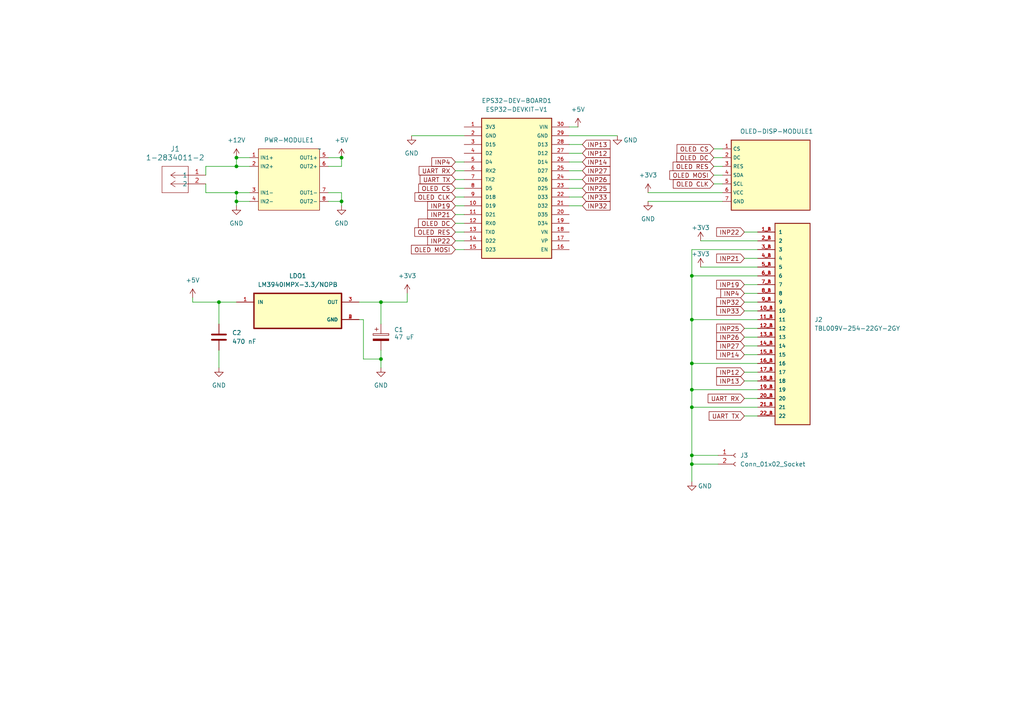
<source format=kicad_sch>
(kicad_sch (version 20230121) (generator eeschema)
  (paper "A4")
  (lib_symbols
    (symbol "Connector:Conn_01x02_Socket" (pin_names (offset 1.016) hide)
      (property "Reference" "J" (at 0 2.54 0))
      (property "Value" "Conn_01x02_Socket" (at 0 -5.08 0))
      (symbol "Conn_01x02_Socket_1_1"
        (arc (start 0 -2.032) (mid -0.5058 -2.54) (end 0 -3.048) (stroke (width 0.1524)))
        (polyline (pts (xy -1.27 -2.54) (xy -0.508 -2.54)) (stroke (width 0.1524)))
        (polyline (pts (xy -1.27 0) (xy -0.508 0)) (stroke (width 0.1524)))
        (arc (start 0 0.508) (mid -0.5058 0) (end 0 -0.508) (stroke (width 0.1524)))
        (pin passive line (at -5.08 0 0) (length 3.81) (name "Pin_1") (number "1"))
        (pin passive line (at -5.08 -2.54 0) (length 3.81) (name "Pin_2") (number "2"))
      )
    )
    (symbol "DC-DC-MODULE:Mini_DC-DC_PWR_MODULE_3A"
      (property "Reference" "PWR-MODULE" (at 11.5556 -19.3232 0))
      (symbol "Mini_DC-DC_PWR_MODULE_3A_0_0"
        (text "" (at 11.43 -20.32 0) (effects (font (size 1.27 1.27))))
      )
      (symbol "Mini_DC-DC_PWR_MODULE_3A_1_1"
        (rectangle (start 0 0) (end 17.78 -17.78) (fill (type background)))
        (pin power_in line (at 20.32 -2.54 180) (length 2.54) (name "IN1+") (number "1"))
        (pin power_in line (at 20.32 -5.08 180) (length 2.54) (name "IN2+") (number "2"))
        (pin power_in line (at 20.32 -12.7 180) (length 2.54) (name "IN1-") (number "3"))
        (pin power_in line (at 20.32 -15.24 180) (length 2.54) (name "IN2-") (number "4"))
        (pin power_out line (at -2.54 -2.54 0) (length 2.54) (name "OUT1+") (number "5"))
        (pin power_out line (at -2.54 -5.08 0) (length 2.54) (name "OUT2+") (number "6"))
        (pin power_out line (at -2.54 -12.7 0) (length 2.54) (name "OUT1-") (number "7"))
        (pin power_out line (at -2.54 -15.24 0) (length 2.54) (name "OUT2-") (number "8"))
      )
    )
    (symbol "Device:C" (pin_numbers hide) (pin_names (offset 0.254))
      (property "Reference" "C" (at 0.635 2.54 0))
      (property "Value" "C" (at 0.635 -2.54 0))
      (symbol "C_0_1"
        (polyline (pts (xy -2.032 -0.762) (xy 2.032 -0.762)) (stroke (width 0.508)))
        (polyline (pts (xy -2.032 0.762) (xy 2.032 0.762)) (stroke (width 0.508)))
      )
      (symbol "C_1_1"
        (pin passive line (at 0 3.81 270) (length 2.794) (name "~") (number "1"))
        (pin passive line (at 0 -3.81 90) (length 2.794) (name "~") (number "2"))
      )
    )
    (symbol "Device:C_Polarized" (pin_numbers hide) (pin_names (offset 0.254))
      (property "Reference" "C" (at 0.635 2.54 0))
      (property "Value" "C_Polarized" (at 0.635 -2.54 0))
      (symbol "C_Polarized_0_1"
        (rectangle (start -2.286 0.508) (end 2.286 1.016))
        (polyline (pts (xy -1.778 2.286) (xy -0.762 2.286)))
        (polyline (pts (xy -1.27 2.794) (xy -1.27 1.778)))
        (rectangle (start 2.286 -0.508) (end -2.286 -1.016) (fill (type outline)))
      )
      (symbol "C_Polarized_1_1"
        (pin passive line (at 0 3.81 270) (length 2.794) (name "~") (number "1"))
        (pin passive line (at 0 -3.81 90) (length 2.794) (name "~") (number "2"))
      )
    )
    (symbol "ESP32-DEVKIT-V1:ESP32-DEVKIT-V1" (pin_names (offset 1.016))
      (property "Reference" "U" (at -10.16 30.48 0))
      (property "Value" "ESP32-DEVKIT-V1" (at -7.62 -15.24 0))
      (symbol "ESP32-DEVKIT-V1_0_0"
        (rectangle (start -10.16 27.94) (end 10.16 -12.7) (stroke (width 0.254)) (fill (type background)))
        (pin output line (at -15.24 25.4 0) (length 5.08) (name "3V3") (number "1"))
        (pin bidirectional line (at -15.24 2.54 0) (length 5.08) (name "D19") (number "10"))
        (pin bidirectional line (at -15.24 0 0) (length 5.08) (name "D21") (number "11"))
        (pin input line (at -15.24 -2.54 0) (length 5.08) (name "RX0") (number "12"))
        (pin output line (at -15.24 -5.08 0) (length 5.08) (name "TX0") (number "13"))
        (pin bidirectional line (at -15.24 -7.62 0) (length 5.08) (name "D22") (number "14"))
        (pin bidirectional line (at -15.24 -10.16 0) (length 5.08) (name "D23") (number "15"))
        (pin input line (at 15.24 -10.16 180) (length 5.08) (name "EN") (number "16"))
        (pin bidirectional line (at 15.24 -7.62 180) (length 5.08) (name "VP") (number "17"))
        (pin bidirectional line (at 15.24 -5.08 180) (length 5.08) (name "VN") (number "18"))
        (pin bidirectional line (at 15.24 -2.54 180) (length 5.08) (name "D34") (number "19"))
        (pin power_in line (at -15.24 22.86 0) (length 5.08) (name "GND") (number "2"))
        (pin bidirectional line (at 15.24 0 180) (length 5.08) (name "D35") (number "20"))
        (pin bidirectional line (at 15.24 2.54 180) (length 5.08) (name "D32") (number "21"))
        (pin bidirectional line (at 15.24 5.08 180) (length 5.08) (name "D33") (number "22"))
        (pin bidirectional line (at 15.24 7.62 180) (length 5.08) (name "D25") (number "23"))
        (pin bidirectional line (at 15.24 10.16 180) (length 5.08) (name "D26") (number "24"))
        (pin bidirectional line (at 15.24 12.7 180) (length 5.08) (name "D27") (number "25"))
        (pin bidirectional line (at 15.24 15.24 180) (length 5.08) (name "D14") (number "26"))
        (pin bidirectional line (at 15.24 17.78 180) (length 5.08) (name "D12") (number "27"))
        (pin bidirectional line (at 15.24 20.32 180) (length 5.08) (name "D13") (number "28"))
        (pin power_in line (at 15.24 22.86 180) (length 5.08) (name "GND") (number "29"))
        (pin bidirectional line (at -15.24 20.32 0) (length 5.08) (name "D15") (number "3"))
        (pin bidirectional line (at -15.24 17.78 0) (length 5.08) (name "D2") (number "4"))
        (pin bidirectional line (at -15.24 15.24 0) (length 5.08) (name "D4") (number "5"))
        (pin input line (at -15.24 12.7 0) (length 5.08) (name "RX2") (number "6"))
        (pin output line (at -15.24 10.16 0) (length 5.08) (name "TX2") (number "7"))
        (pin bidirectional line (at -15.24 7.62 0) (length 5.08) (name "D5") (number "8"))
        (pin bidirectional line (at -15.24 5.08 0) (length 5.08) (name "D18") (number "9"))
      )
      (symbol "ESP32-DEVKIT-V1_1_0"
        (pin power_in line (at 15.24 25.4 180) (length 5.08) (name "VIN") (number "30"))
      )
    )
    (symbol "OLED-DISPLAY-CUSTOM:OLED_Display_2.42"
      (property "Reference" "OLED-Display-2.42" (at 0.8207 -24.4036 0))
      (symbol "OLED_Display_2.42_1_1"
        (rectangle (start -12.7 -2.54) (end 10.16 -22.86) (stroke (width 0.254)) (fill (type background)))
        (pin input line (at -15.24 -5.08 0) (length 2.54) (name "CS") (number "1"))
        (pin input line (at -15.24 -7.62 0) (length 2.54) (name "DC") (number "2"))
        (pin input line (at -15.24 -10.16 0) (length 2.54) (name "RES") (number "3"))
        (pin input line (at -15.24 -12.7 0) (length 2.54) (name "SDA") (number "4"))
        (pin input line (at -15.24 -15.24 0) (length 2.54) (name "SCL") (number "5"))
        (pin input line (at -15.24 -17.78 0) (length 2.54) (name "VCC") (number "6"))
        (pin input line (at -15.24 -20.32 0) (length 2.54) (name "GND") (number "7"))
      )
    )
    (symbol "TEMP CON 22pin 2.54:TBL009V-254-22GY-2GY" (pin_names (offset 1.016))
      (property "Reference" "J" (at -5.58 30.48 0))
      (property "Value" "TBL009V-254-22GY-2GY" (at -5.08 -30.48 0))
      (symbol "TBL009V-254-22GY-2GY_0_0"
        (rectangle (start -5.08 -27.94) (end 5.08 30.48) (stroke (width 0.254)) (fill (type background)))
        (pin passive line (at -10.16 5.08 0) (length 5.08) (name "10") (number "10_A"))
        (pin passive line (at -10.16 5.08 0) (length 5.08) (name "10") (number "10_B"))
        (pin passive line (at -10.16 2.54 0) (length 5.08) (name "11") (number "11_A"))
        (pin passive line (at -10.16 2.54 0) (length 5.08) (name "11") (number "11_B"))
        (pin passive line (at -10.16 0 0) (length 5.08) (name "12") (number "12_A"))
        (pin passive line (at -10.16 0 0) (length 5.08) (name "12") (number "12_B"))
        (pin passive line (at -10.16 -2.54 0) (length 5.08) (name "13") (number "13_A"))
        (pin passive line (at -10.16 -2.54 0) (length 5.08) (name "13") (number "13_B"))
        (pin passive line (at -10.16 -5.08 0) (length 5.08) (name "14") (number "14_A"))
        (pin passive line (at -10.16 -5.08 0) (length 5.08) (name "14") (number "14_B"))
        (pin passive line (at -10.16 -7.62 0) (length 5.08) (name "15") (number "15_A"))
        (pin passive line (at -10.16 -7.62 0) (length 5.08) (name "15") (number "15_B"))
        (pin passive line (at -10.16 -10.16 0) (length 5.08) (name "16") (number "16_A"))
        (pin passive line (at -10.16 -10.16 0) (length 5.08) (name "16") (number "16_B"))
        (pin passive line (at -10.16 -12.7 0) (length 5.08) (name "17") (number "17_A"))
        (pin passive line (at -10.16 -12.7 0) (length 5.08) (name "17") (number "17_B"))
        (pin passive line (at -10.16 -15.24 0) (length 5.08) (name "18") (number "18_A"))
        (pin passive line (at -10.16 -15.24 0) (length 5.08) (name "18") (number "18_B"))
        (pin passive line (at -10.16 -17.78 0) (length 5.08) (name "19") (number "19_A"))
        (pin passive line (at -10.16 -17.78 0) (length 5.08) (name "19") (number "19_B"))
        (pin passive line (at -10.16 27.94 0) (length 5.08) (name "1") (number "1_A"))
        (pin passive line (at -10.16 27.94 0) (length 5.08) (name "1") (number "1_B"))
        (pin passive line (at -10.16 -20.32 0) (length 5.08) (name "20") (number "20_A"))
        (pin passive line (at -10.16 -20.32 0) (length 5.08) (name "20") (number "20_B"))
        (pin passive line (at -10.16 -22.86 0) (length 5.08) (name "21") (number "21_A"))
        (pin passive line (at -10.16 -22.86 0) (length 5.08) (name "21") (number "21_B"))
        (pin passive line (at -10.16 -25.4 0) (length 5.08) (name "22") (number "22_A"))
        (pin passive line (at -10.16 -25.4 0) (length 5.08) (name "22") (number "22_B"))
        (pin passive line (at -10.16 25.4 0) (length 5.08) (name "2") (number "2_A"))
        (pin passive line (at -10.16 25.4 0) (length 5.08) (name "2") (number "2_B"))
        (pin passive line (at -10.16 22.86 0) (length 5.08) (name "3") (number "3_A"))
        (pin passive line (at -10.16 22.86 0) (length 5.08) (name "3") (number "3_B"))
        (pin passive line (at -10.16 20.32 0) (length 5.08) (name "4") (number "4_A"))
        (pin passive line (at -10.16 20.32 0) (length 5.08) (name "4") (number "4_B"))
        (pin passive line (at -10.16 17.78 0) (length 5.08) (name "5") (number "5_A"))
        (pin passive line (at -10.16 17.78 0) (length 5.08) (name "5") (number "5_B"))
        (pin passive line (at -10.16 15.24 0) (length 5.08) (name "6") (number "6_A"))
        (pin passive line (at -10.16 15.24 0) (length 5.08) (name "6") (number "6_B"))
        (pin passive line (at -10.16 12.7 0) (length 5.08) (name "7") (number "7_A"))
        (pin passive line (at -10.16 12.7 0) (length 5.08) (name "7") (number "7_B"))
        (pin passive line (at -10.16 10.16 0) (length 5.08) (name "8") (number "8_A"))
        (pin passive line (at -10.16 10.16 0) (length 5.08) (name "8") (number "8_B"))
        (pin passive line (at -10.16 7.62 0) (length 5.08) (name "9") (number "9_A"))
        (pin passive line (at -10.16 7.62 0) (length 5.08) (name "9") (number "9_B"))
      )
    )
    (symbol "TERM CON 2pin 3.5:1-2834011-2" (pin_names (offset 0.254))
      (property "Reference" "J" (at 8.89 6.35 0))
      (property "Value" "1-2834011-2" (at 0 0 0))
      (symbol "1-2834011-2_1_1"
        (polyline (pts (xy 5.08 -5.08) (xy 12.7 -5.08)) (stroke (width 0.127)))
        (polyline (pts (xy 5.08 2.54) (xy 5.08 -5.08)) (stroke (width 0.127)))
        (polyline (pts (xy 10.16 -2.54) (xy 5.08 -2.54)) (stroke (width 0.127)))
        (polyline (pts (xy 10.16 -2.54) (xy 8.89 -3.3867)) (stroke (width 0.127)))
        (polyline (pts (xy 10.16 -2.54) (xy 8.89 -1.6933)) (stroke (width 0.127)))
        (polyline (pts (xy 10.16 0) (xy 5.08 0)) (stroke (width 0.127)))
        (polyline (pts (xy 10.16 0) (xy 8.89 -0.8467)) (stroke (width 0.127)))
        (polyline (pts (xy 10.16 0) (xy 8.89 0.8467)) (stroke (width 0.127)))
        (polyline (pts (xy 12.7 -5.08) (xy 12.7 2.54)) (stroke (width 0.127)))
        (polyline (pts (xy 12.7 2.54) (xy 5.08 2.54)) (stroke (width 0.127)))
        (pin unspecified line (at 0 0 0) (length 5.08) (name "1") (number "1"))
        (pin unspecified line (at 0 -2.54 0) (length 5.08) (name "2") (number "2"))
      )
      (symbol "1-2834011-2_1_2"
        (polyline (pts (xy 5.08 -5.08) (xy 12.7 -5.08)) (stroke (width 0.127)))
        (polyline (pts (xy 5.08 2.54) (xy 5.08 -5.08)) (stroke (width 0.127)))
        (polyline (pts (xy 7.62 -2.54) (xy 5.08 -2.54)) (stroke (width 0.127)))
        (polyline (pts (xy 7.62 -2.54) (xy 8.89 -3.3867)) (stroke (width 0.127)))
        (polyline (pts (xy 7.62 -2.54) (xy 8.89 -1.6933)) (stroke (width 0.127)))
        (polyline (pts (xy 7.62 0) (xy 5.08 0)) (stroke (width 0.127)))
        (polyline (pts (xy 7.62 0) (xy 8.89 -0.8467)) (stroke (width 0.127)))
        (polyline (pts (xy 7.62 0) (xy 8.89 0.8467)) (stroke (width 0.127)))
        (polyline (pts (xy 12.7 -5.08) (xy 12.7 2.54)) (stroke (width 0.127)))
        (polyline (pts (xy 12.7 2.54) (xy 5.08 2.54)) (stroke (width 0.127)))
        (pin unspecified line (at 0 0 0) (length 5.08) (name "1") (number "1"))
        (pin unspecified line (at 0 -2.54 0) (length 5.08) (name "2") (number "2"))
      )
    )
    (symbol "TI LDO SM:LM3940IMPX-3.3/NOPB" (pin_names (offset 1.016))
      (property "Reference" "U" (at -12.7 6.08 0))
      (property "Value" "LM3940IMPX-3.3{slash}NOPB" (at -12.7 -9.08 0))
      (symbol "LM3940IMPX-3.3/NOPB_0_0"
        (rectangle (start -12.7 -5.08) (end 12.7 5.08) (stroke (width 0.41)) (fill (type background)))
        (pin input line (at -17.78 2.54 0) (length 5.08) (name "IN") (number "1"))
        (pin power_in line (at 17.78 -2.54 180) (length 5.08) (name "GND") (number "2"))
        (pin output line (at 17.78 2.54 180) (length 5.08) (name "OUT") (number "3"))
        (pin power_in line (at 17.78 -2.54 180) (length 5.08) (name "GND") (number "4"))
      )
    )
    (symbol "power:+12V" (power) (pin_names (offset 0))
      (property "Value" "+12V" (at 0 3.556 0))
      (symbol "+12V_0_1"
        (polyline (pts (xy -0.762 1.27) (xy 0 2.54)))
        (polyline (pts (xy 0 0) (xy 0 2.54)))
        (polyline (pts (xy 0 2.54) (xy 0.762 1.27)))
      )
      (symbol "+12V_1_1"
        (pin power_in line (at 0 0 90) (length 0) hide (name "+12V") (number "1"))
      )
    )
    (symbol "power:+3V3" (power) (pin_names (offset 0))
      (property "Value" "+3V3" (at 0 3.556 0))
      (symbol "+3V3_0_1"
        (polyline (pts (xy -0.762 1.27) (xy 0 2.54)))
        (polyline (pts (xy 0 0) (xy 0 2.54)))
        (polyline (pts (xy 0 2.54) (xy 0.762 1.27)))
      )
      (symbol "+3V3_1_1"
        (pin power_in line (at 0 0 90) (length 0) hide (name "+3V3") (number "1"))
      )
    )
    (symbol "power:+5V" (power) (pin_names (offset 0))
      (property "Value" "+5V" (at 0 3.556 0))
      (symbol "+5V_0_1"
        (polyline (pts (xy -0.762 1.27) (xy 0 2.54)))
        (polyline (pts (xy 0 0) (xy 0 2.54)))
        (polyline (pts (xy 0 2.54) (xy 0.762 1.27)))
      )
      (symbol "+5V_1_1"
        (pin power_in line (at 0 0 90) (length 0) hide (name "+5V") (number "1"))
      )
    )
    (symbol "power:GND" (power) (pin_names (offset 0))
      (property "Value" "GND" (at 0 -3.81 0))
      (symbol "GND_0_1"
        (polyline (pts (xy 0 0) (xy 0 -1.27) (xy 1.27 -1.27) (xy 0 -2.54) (xy -1.27 -1.27) (xy 0 -1.27)))
      )
      (symbol "GND_1_1"
        (pin power_in line (at 0 0 270) (length 0) hide (name "GND") (number "1"))
      )
    )
  )
  (junction (at 63.5 87.63))
  (junction (at 99.06 58.42))
  (junction (at 200.66 134.62))
  (junction (at 68.58 45.72))
  (junction (at 68.58 55.88))
  (junction (at 110.49 104.14))
  (junction (at 110.49 87.63))
  (junction (at 68.58 48.26))
  (junction (at 99.06 45.72))
  (junction (at 200.66 113.03))
  (junction (at 68.58 58.42))
  (junction (at 200.66 118.11))
  (junction (at 200.66 105.41))
  (junction (at 200.66 132.08))
  (junction (at 200.66 80.01))
  (junction (at 200.66 92.71))
  (wire (pts (xy 165.1 57.15) (xy 168.91 57.15)))
  (wire (pts (xy 72.39 45.72) (xy 68.58 45.72)))
  (wire (pts (xy 207.01 53.34) (xy 209.55 53.34)))
  (wire (pts (xy 187.96 55.88) (xy 209.55 55.88)))
  (wire (pts (xy 200.66 80.01) (xy 200.66 92.71)))
  (wire (pts (xy 215.9 120.65) (xy 219.71 120.65)))
  (wire (pts (xy 132.08 52.07) (xy 134.62 52.07)))
  (wire (pts (xy 105.41 92.71) (xy 105.41 104.14)))
  (wire (pts (xy 200.66 105.41) (xy 219.71 105.41)))
  (wire (pts (xy 215.9 67.31) (xy 219.71 67.31)))
  (wire (pts (xy 165.1 49.53) (xy 168.91 49.53)))
  (wire (pts (xy 99.06 55.88) (xy 95.25 55.88)))
  (wire (pts (xy 200.66 118.11) (xy 219.71 118.11)))
  (wire (pts (xy 104.14 87.63) (xy 110.49 87.63)))
  (wire (pts (xy 165.1 54.61) (xy 168.91 54.61)))
  (wire (pts (xy 200.66 113.03) (xy 219.71 113.03)))
  (wire (pts (xy 200.66 118.11) (xy 200.66 132.08)))
  (wire (pts (xy 207.01 50.8) (xy 209.55 50.8)))
  (wire (pts (xy 215.9 95.25) (xy 219.71 95.25)))
  (wire (pts (xy 207.01 48.26) (xy 209.55 48.26)))
  (wire (pts (xy 72.39 58.42) (xy 68.58 58.42)))
  (wire (pts (xy 55.88 87.63) (xy 63.5 87.63)))
  (wire (pts (xy 215.9 97.79) (xy 219.71 97.79)))
  (wire (pts (xy 165.1 41.91) (xy 168.91 41.91)))
  (wire (pts (xy 215.9 110.49) (xy 219.71 110.49)))
  (wire (pts (xy 99.06 45.72) (xy 95.25 45.72)))
  (wire (pts (xy 203.2 69.85) (xy 219.71 69.85)))
  (wire (pts (xy 110.49 87.63) (xy 118.11 87.63)))
  (wire (pts (xy 59.69 48.26) (xy 59.69 50.8)))
  (wire (pts (xy 215.9 100.33) (xy 219.71 100.33)))
  (wire (pts (xy 165.1 52.07) (xy 168.91 52.07)))
  (wire (pts (xy 200.66 134.62) (xy 200.66 139.7)))
  (wire (pts (xy 68.58 58.42) (xy 68.58 59.69)))
  (wire (pts (xy 215.9 82.55) (xy 219.71 82.55)))
  (wire (pts (xy 215.9 102.87) (xy 219.71 102.87)))
  (wire (pts (xy 59.69 53.34) (xy 59.69 55.88)))
  (wire (pts (xy 132.08 49.53) (xy 134.62 49.53)))
  (wire (pts (xy 132.08 54.61) (xy 134.62 54.61)))
  (wire (pts (xy 200.66 72.39) (xy 200.66 80.01)))
  (wire (pts (xy 110.49 87.63) (xy 110.49 93.98)))
  (wire (pts (xy 59.69 55.88) (xy 68.58 55.88)))
  (wire (pts (xy 187.96 58.42) (xy 209.55 58.42)))
  (wire (pts (xy 99.06 58.42) (xy 99.06 59.69)))
  (wire (pts (xy 132.08 67.31) (xy 134.62 67.31)))
  (wire (pts (xy 59.69 48.26) (xy 68.58 48.26)))
  (wire (pts (xy 132.08 62.23) (xy 134.62 62.23)))
  (wire (pts (xy 68.58 55.88) (xy 68.58 58.42)))
  (wire (pts (xy 68.58 55.88) (xy 72.39 55.88)))
  (wire (pts (xy 132.08 69.85) (xy 134.62 69.85)))
  (wire (pts (xy 132.08 59.69) (xy 134.62 59.69)))
  (wire (pts (xy 132.08 57.15) (xy 134.62 57.15)))
  (wire (pts (xy 165.1 46.99) (xy 168.91 46.99)))
  (wire (pts (xy 215.9 87.63) (xy 219.71 87.63)))
  (wire (pts (xy 63.5 93.98) (xy 63.5 87.63)))
  (wire (pts (xy 215.9 107.95) (xy 219.71 107.95)))
  (wire (pts (xy 55.88 87.63) (xy 55.88 86.36)))
  (wire (pts (xy 68.58 87.63) (xy 63.5 87.63)))
  (wire (pts (xy 200.66 105.41) (xy 200.66 113.03)))
  (wire (pts (xy 215.9 90.17) (xy 219.71 90.17)))
  (wire (pts (xy 119.38 39.37) (xy 134.62 39.37)))
  (wire (pts (xy 215.9 115.57) (xy 219.71 115.57)))
  (wire (pts (xy 99.06 55.88) (xy 99.06 58.42)))
  (wire (pts (xy 63.5 101.6) (xy 63.5 106.68)))
  (wire (pts (xy 110.49 104.14) (xy 105.41 104.14)))
  (wire (pts (xy 99.06 58.42) (xy 95.25 58.42)))
  (wire (pts (xy 215.9 85.09) (xy 219.71 85.09)))
  (wire (pts (xy 99.06 45.72) (xy 99.06 48.26)))
  (wire (pts (xy 68.58 45.72) (xy 68.58 48.26)))
  (wire (pts (xy 104.14 92.71) (xy 105.41 92.71)))
  (wire (pts (xy 200.66 92.71) (xy 219.71 92.71)))
  (wire (pts (xy 200.66 113.03) (xy 200.66 118.11)))
  (wire (pts (xy 165.1 39.37) (xy 179.07 39.37)))
  (wire (pts (xy 200.66 92.71) (xy 200.66 105.41)))
  (wire (pts (xy 72.39 48.26) (xy 68.58 48.26)))
  (wire (pts (xy 165.1 59.69) (xy 168.91 59.69)))
  (wire (pts (xy 165.1 36.83) (xy 167.64 36.83)))
  (wire (pts (xy 132.08 46.99) (xy 134.62 46.99)))
  (wire (pts (xy 95.25 48.26) (xy 99.06 48.26)))
  (wire (pts (xy 165.1 44.45) (xy 168.91 44.45)))
  (wire (pts (xy 207.01 45.72) (xy 209.55 45.72)))
  (wire (pts (xy 200.66 134.62) (xy 208.28 134.62)))
  (wire (pts (xy 215.9 74.93) (xy 219.71 74.93)))
  (wire (pts (xy 110.49 104.14) (xy 110.49 101.6)))
  (wire (pts (xy 200.66 132.08) (xy 200.66 134.62)))
  (wire (pts (xy 132.08 72.39) (xy 134.62 72.39)))
  (wire (pts (xy 132.08 64.77) (xy 134.62 64.77)))
  (wire (pts (xy 200.66 80.01) (xy 219.71 80.01)))
  (wire (pts (xy 203.2 77.47) (xy 219.71 77.47)))
  (wire (pts (xy 200.66 132.08) (xy 208.28 132.08)))
  (wire (pts (xy 200.66 72.39) (xy 219.71 72.39)))
  (wire (pts (xy 110.49 104.14) (xy 110.49 106.68)))
  (wire (pts (xy 118.11 87.63) (xy 118.11 85.09)))
  (wire (pts (xy 207.01 43.18) (xy 209.55 43.18)))
  (global_label "INP26" (shape input) (at 215.9 97.79 180) (property "Intersheetrefs" "${INTERSHEET_REFS}" (effects hide)))
  (global_label "INP33" (shape input) (at 215.9 90.17 180) (property "Intersheetrefs" "${INTERSHEET_REFS}" (effects hide)))
  (global_label "OLED CLK" (shape input) (at 207.01 53.34 180) (property "Intersheetrefs" "${INTERSHEET_REFS}" (effects hide)))
  (global_label "INP21" (shape input) (at 132.08 62.23 180) (property "Intersheetrefs" "${INTERSHEET_REFS}" (effects hide)))
  (global_label "INP27" (shape input) (at 168.91 49.53 0) (property "Intersheetrefs" "${INTERSHEET_REFS}" (effects hide)))
  (global_label "INP19" (shape input) (at 215.9 82.55 180) (property "Intersheetrefs" "${INTERSHEET_REFS}" (effects hide)))
  (global_label "INP13" (shape input) (at 168.91 41.91 0) (property "Intersheetrefs" "${INTERSHEET_REFS}" (effects hide)))
  (global_label "UART TX" (shape input) (at 215.9 120.65 180) (property "Intersheetrefs" "${INTERSHEET_REFS}" (effects hide)))
  (global_label "INP32" (shape input) (at 168.91 59.69 0) (property "Intersheetrefs" "${INTERSHEET_REFS}" (effects hide)))
  (global_label "OLED CLK" (shape input) (at 132.08 57.15 180) (property "Intersheetrefs" "${INTERSHEET_REFS}" (effects hide)))
  (global_label "INP12" (shape input) (at 215.9 107.95 180) (property "Intersheetrefs" "${INTERSHEET_REFS}" (effects hide)))
  (global_label "INP33" (shape input) (at 168.91 57.15 0) (property "Intersheetrefs" "${INTERSHEET_REFS}" (effects hide)))
  (global_label "UART RX" (shape input) (at 132.08 49.53 180) (property "Intersheetrefs" "${INTERSHEET_REFS}" (effects hide)))
  (global_label "INP27" (shape input) (at 215.9 100.33 180) (property "Intersheetrefs" "${INTERSHEET_REFS}" (effects hide)))
  (global_label "OLED RES" (shape input) (at 207.01 48.26 180) (property "Intersheetrefs" "${INTERSHEET_REFS}" (effects hide)))
  (global_label "INP13" (shape input) (at 215.9 110.49 180) (property "Intersheetrefs" "${INTERSHEET_REFS}" (effects hide)))
  (global_label "OLED CS" (shape input) (at 132.08 54.61 180) (property "Intersheetrefs" "${INTERSHEET_REFS}" (effects hide)))
  (global_label "OLED DC" (shape input) (at 207.01 45.72 180) (property "Intersheetrefs" "${INTERSHEET_REFS}" (effects hide)))
  (global_label "INP25" (shape input) (at 168.91 54.61 0) (property "Intersheetrefs" "${INTERSHEET_REFS}" (effects hide)))
  (global_label "OLED RES" (shape input) (at 132.08 67.31 180) (property "Intersheetrefs" "${INTERSHEET_REFS}" (effects hide)))
  (global_label "INP14" (shape input) (at 215.9 102.87 180) (property "Intersheetrefs" "${INTERSHEET_REFS}" (effects hide)))
  (global_label "INP12" (shape input) (at 168.91 44.45 0) (property "Intersheetrefs" "${INTERSHEET_REFS}" (effects hide)))
  (global_label "INP14" (shape input) (at 168.91 46.99 0) (property "Intersheetrefs" "${INTERSHEET_REFS}" (effects hide)))
  (global_label "INP21" (shape input) (at 215.9 74.93 180) (property "Intersheetrefs" "${INTERSHEET_REFS}" (effects hide)))
  (global_label "UART TX" (shape input) (at 132.08 52.07 180) (property "Intersheetrefs" "${INTERSHEET_REFS}" (effects hide)))
  (global_label "INP26" (shape input) (at 168.91 52.07 0) (property "Intersheetrefs" "${INTERSHEET_REFS}" (effects hide)))
  (global_label "OLED DC" (shape input) (at 132.08 64.77 180) (property "Intersheetrefs" "${INTERSHEET_REFS}" (effects hide)))
  (global_label "UART RX" (shape input) (at 215.9 115.57 180) (property "Intersheetrefs" "${INTERSHEET_REFS}" (effects hide)))
  (global_label "OLED MOSI" (shape input) (at 207.01 50.8 180) (property "Intersheetrefs" "${INTERSHEET_REFS}" (effects hide)))
  (global_label "OLED MOSI" (shape input) (at 132.08 72.39 180) (property "Intersheetrefs" "${INTERSHEET_REFS}" (effects hide)))
  (global_label "INP32" (shape input) (at 215.9 87.63 180) (property "Intersheetrefs" "${INTERSHEET_REFS}" (effects hide)))
  (global_label "INP22" (shape input) (at 215.9 67.31 180) (property "Intersheetrefs" "${INTERSHEET_REFS}" (effects hide)))
  (global_label "INP19" (shape input) (at 132.08 59.69 180) (property "Intersheetrefs" "${INTERSHEET_REFS}" (effects hide)))
  (global_label "INP25" (shape input) (at 215.9 95.25 180) (property "Intersheetrefs" "${INTERSHEET_REFS}" (effects hide)))
  (global_label "INP22" (shape input) (at 132.08 69.85 180) (property "Intersheetrefs" "${INTERSHEET_REFS}" (effects hide)))
  (global_label "OLED CS" (shape input) (at 207.01 43.18 180) (property "Intersheetrefs" "${INTERSHEET_REFS}" (effects hide)))
  (global_label "INP4" (shape input) (at 132.08 46.99 180) (property "Intersheetrefs" "${INTERSHEET_REFS}" (effects hide)))
  (global_label "INP4" (shape input) (at 215.9 85.09 180) (property "Intersheetrefs" "${INTERSHEET_REFS}" (effects hide)))
  (symbol (lib_id "power:GND") (at 99.06 59.69 0) (mirror y) (unit 1)
    (property "Reference" "#PWR03" (effects hide))
    (property "Value" "GND" (at 99.06 64.77 0))
  )
  (symbol (lib_id "ESP32-DEVKIT-V1:ESP32-DEVKIT-V1") (at 149.86 62.23 0) (unit 1)
    (property "Reference" "EPS32-DEV-BOARD1" (at 149.86 29.21 0))
    (property "Value" "ESP32-DEVKIT-V1" (at 149.86 31.75 0))
    (property "Footprint" "ESP32-DEVKIT-V1:MODULE_ESP32_DEVKIT_V1" (effects hide))
  )
  (symbol (lib_id "power:+3V3") (at 203.2 77.47 0) (unit 1)
    (property "Reference" "#PWR016" (effects hide))
    (property "Value" "+3V3" (at 203.2 73.66 0))
  )
  (symbol (lib_id "power:GND") (at 68.58 59.69 0) (mirror y) (unit 1)
    (property "Reference" "#PWR02" (effects hide))
    (property "Value" "GND" (at 68.58 64.77 0))
  )
  (symbol (lib_id "power:+5V") (at 99.06 45.72 0) (mirror y) (unit 1)
    (property "Reference" "#PWR04" (effects hide))
    (property "Value" "+5V" (at 99.06 40.64 0))
  )
  (symbol (lib_id "TERM CON 2pin 3.5:1-2834011-2") (at 59.69 50.8 0) (mirror y) (unit 1)
    (property "Reference" "J1" (at 50.8 43.18 0) (effects (font (size 1.524 1.524))))
    (property "Value" "1-2834011-2" (at 50.8 45.72 0) (effects (font (size 1.524 1.524))))
    (property "Footprint" "TERM CON 2pin 3.5:CONN2_1-2834011-2_TEC" (effects hide))
    (property "Datasheet" "1-2834011-2" (effects hide))
  )
  (symbol (lib_id "OLED-DISPLAY-CUSTOM:OLED_Display_2.42") (at 224.79 38.1 0) (unit 1)
    (property "Reference" "OLED-DISP-MODULE1" (at 214.63 38.1 0) (effects (justify left)))
    (property "Value" "~" (at 224.79 38.1 0))
    (property "Footprint" "OLED-DISPLAY-CUSTOM:OLED Display 2.42" (effects hide))
  )
  (symbol (lib_id "Connector:Conn_01x02_Socket") (at 213.36 132.08 0) (unit 1)
    (property "Reference" "J3" (at 214.63 132.08 0) (effects (justify left)))
    (property "Value" "Conn_01x02_Socket" (at 214.63 134.62 0) (effects (justify left)))
    (property "Footprint" "Connector_JST:JST_EH_B2B-EH-A_1x02_P2.50mm_Vertical" (effects hide))
  )
  (symbol (lib_id "power:GND") (at 63.5 106.68 0) (unit 1)
    (property "Reference" "#PWR013" (effects hide))
    (property "Value" "GND" (at 63.5 111.76 0))
  )
  (symbol (lib_id "DC-DC-MODULE:Mini_DC-DC_PWR_MODULE_3A") (at 92.71 43.18 0) (mirror y) (unit 1)
    (property "Reference" "PWR-MODULE1" (at 83.82 40.64 0))
    (property "Value" "~" (at 92.71 43.18 0))
    (property "Footprint" "DC-DC-MODULE:Mini DC-DC PWR MODULE 3A" (effects hide))
  )
  (symbol (lib_id "TEMP CON 22pin 2.54:TBL009V-254-22GY-2GY") (at 229.87 95.25 0) (unit 1)
    (property "Reference" "J2" (at 236.22 92.71 0) (effects (justify left)))
    (property "Value" "TBL009V-254-22GY-2GY" (at 236.22 95.25 0) (effects (justify left)))
    (property "Footprint" "TERM CON 22pin 2.54:CUI_TBL009V-254-22GY-2GY" (effects hide))
    (property "STANDARD" "Manufacturer Recommendations" (effects hide))
    (property "MANUFACTURER" "CUI" (effects hide))
  )
  (symbol (lib_id "power:+3V3") (at 203.2 69.85 0) (unit 1)
    (property "Reference" "#PWR015" (effects hide))
    (property "Value" "+3V3" (at 203.2 66.04 0))
  )
  (symbol (lib_id "power:GND") (at 200.66 139.7 0) (unit 1)
    (property "Reference" "#PWR014" (effects hide))
    (property "Value" "GND" (at 204.47 140.97 0))
  )
  (symbol (lib_id "power:+12V") (at 68.58 45.72 0) (mirror y) (unit 1)
    (property "Reference" "#PWR01" (effects hide))
    (property "Value" "+12V" (at 68.58 40.64 0))
  )
  (symbol (lib_id "Device:C") (at 63.5 97.79 0) (unit 1)
    (property "Reference" "C2" (at 67.31 96.52 0) (effects (justify left)))
    (property "Value" "470 nF" (at 67.31 99.06 0) (effects (justify left)))
    (property "Footprint" "Capacitor_SMD:C_1210_3225Metric_Pad1.33x2.70mm_HandSolder" (effects hide))
    (property "Datasheet" "https://www.digikey.no/en/products/detail/kemet/C1210C474K5RAC7800/501991" (effects hide))
    (property "Comp Name" "C1210C474K5RAC7800" (effects hide))
  )
  (symbol (lib_id "power:GND") (at 187.96 58.42 0) (unit 1)
    (property "Reference" "#PWR08" (effects hide))
    (property "Value" "GND" (at 187.96 63.5 0))
  )
  (symbol (lib_id "Device:C_Polarized") (at 110.49 97.79 0) (unit 1)
    (property "Reference" "C1" (at 114.3 95.631 0) (effects (justify left)))
    (property "Value" "47 uF" (at 114.3 97.79 0) (effects (justify left)))
    (property "Footprint" "Capacitor_Tantalum_SMD:CP_EIA-6032-15_Kemet-U_Pad2.25x2.35mm_HandSolder" (effects hide))
    (property "Datasheet" "https://www.digikey.no/en/products/detail/kyocera-avx/TAJC476K016RNJ/563823" (effects hide))
    (property "Component Name" "TAJC476K016RNJ" (effects hide))
  )
  (symbol (lib_id "power:+3V3") (at 187.96 55.88 0) (unit 1)
    (property "Reference" "#PWR06" (effects hide))
    (property "Value" "+3V3" (at 187.96 50.8 0))
  )
  (symbol (lib_id "power:GND") (at 110.49 106.68 0) (unit 1)
    (property "Reference" "#PWR010" (effects hide))
    (property "Value" "GND" (at 110.49 111.76 0))
  )
  (symbol (lib_id "power:+5V") (at 55.88 86.36 0) (unit 1)
    (property "Reference" "#PWR011" (effects hide))
    (property "Value" "+5V" (at 55.88 81.28 0))
  )
  (symbol (lib_id "power:+3V3") (at 118.11 85.09 0) (unit 1)
    (property "Reference" "#PWR012" (effects hide))
    (property "Value" "+3V3" (at 118.11 80.01 0))
  )
  (symbol (lib_id "TI LDO SM:LM3940IMPX-3.3/NOPB") (at 86.36 90.17 0) (unit 1)
    (property "Reference" "LDO1" (at 86.36 80.01 0))
    (property "Value" "LM3940IMPX-3.3/NOPB" (at 86.36 82.55 0))
    (property "Footprint" "Texas Instr LDO:SOT230P700X180-4N" (effects hide))
  )
  (symbol (lib_id "power:+5V") (at 167.64 36.83 0) (unit 1)
    (property "Reference" "#PWR07" (effects hide))
    (property "Value" "+5V" (at 167.64 31.75 0))
  )
  (symbol (lib_id "power:GND") (at 119.38 39.37 0) (unit 1)
    (property "Reference" "#PWR09" (effects hide))
    (property "Value" "GND" (at 119.38 44.45 0))
  )
  (symbol (lib_id "power:GND") (at 179.07 39.37 0) (unit 1)
    (property "Reference" "#PWR05" (effects hide))
    (property "Value" "GND" (at 182.88 40.64 0))
  )
)
</source>
